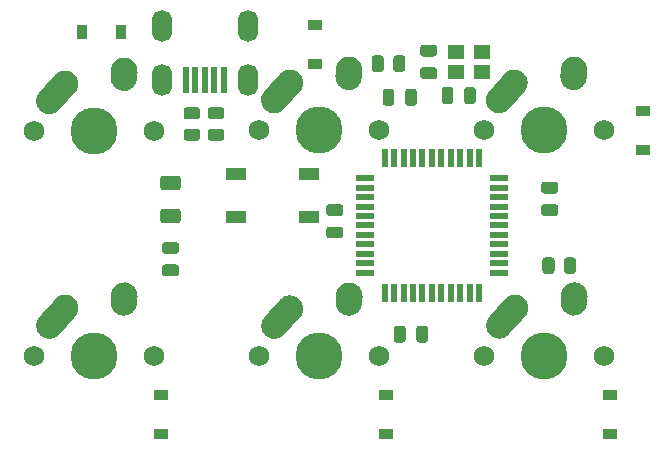
<source format=gbs>
G04 #@! TF.GenerationSoftware,KiCad,Pcbnew,5.1.12-84ad8e8a86~92~ubuntu18.04.1*
G04 #@! TF.CreationDate,2021-11-24T18:10:13-06:00*
G04 #@! TF.ProjectId,sixpack,73697870-6163-46b2-9e6b-696361645f70,rev?*
G04 #@! TF.SameCoordinates,Original*
G04 #@! TF.FileFunction,Soldermask,Bot*
G04 #@! TF.FilePolarity,Negative*
%FSLAX46Y46*%
G04 Gerber Fmt 4.6, Leading zero omitted, Abs format (unit mm)*
G04 Created by KiCad (PCBNEW 5.1.12-84ad8e8a86~92~ubuntu18.04.1) date 2021-11-24 18:10:13*
%MOMM*%
%LPD*%
G01*
G04 APERTURE LIST*
%ADD10C,1.750000*%
%ADD11C,2.250000*%
%ADD12C,3.987800*%
%ADD13R,1.400000X1.200000*%
%ADD14O,1.700000X2.700000*%
%ADD15R,0.500000X2.250000*%
%ADD16R,0.550000X1.500000*%
%ADD17R,1.500000X0.550000*%
%ADD18R,1.800000X1.100000*%
%ADD19R,1.200000X0.900000*%
%ADD20R,0.900000X1.200000*%
G04 APERTURE END LIST*
D10*
G04 #@! TO.C,MX4*
X107460000Y-58930000D03*
X97300000Y-58930000D03*
D11*
X99880000Y-54930000D03*
D12*
X102380000Y-58930000D03*
G36*
G01*
X97818688Y-57227350D02*
X97818683Y-57227345D01*
G75*
G02*
X97732655Y-55638683I751317J837345D01*
G01*
X99042657Y-54178683D01*
G75*
G02*
X100631319Y-54092655I837345J-751317D01*
G01*
X100631319Y-54092655D01*
G75*
G02*
X100717347Y-55681317I-751317J-837345D01*
G01*
X99407345Y-57141317D01*
G75*
G02*
X97818683Y-57227345I-837345J751317D01*
G01*
G37*
D11*
X104920000Y-53850000D03*
G36*
G01*
X104803483Y-55552395D02*
X104802597Y-55552334D01*
G75*
G02*
X103757666Y-54352597I77403J1122334D01*
G01*
X103797666Y-53772597D01*
G75*
G02*
X104997403Y-52727666I1122334J-77403D01*
G01*
X104997403Y-52727666D01*
G75*
G02*
X106042334Y-53927403I-77403J-1122334D01*
G01*
X106002334Y-54507403D01*
G75*
G02*
X104802597Y-55552334I-1122334J77403D01*
G01*
G37*
G04 #@! TD*
D10*
G04 #@! TO.C,MX2*
X88423750Y-59000000D03*
X78263750Y-59000000D03*
D11*
X80843750Y-55000000D03*
D12*
X83343750Y-59000000D03*
G36*
G01*
X78782438Y-57297350D02*
X78782433Y-57297345D01*
G75*
G02*
X78696405Y-55708683I751317J837345D01*
G01*
X80006407Y-54248683D01*
G75*
G02*
X81595069Y-54162655I837345J-751317D01*
G01*
X81595069Y-54162655D01*
G75*
G02*
X81681097Y-55751317I-751317J-837345D01*
G01*
X80371095Y-57211317D01*
G75*
G02*
X78782433Y-57297345I-837345J751317D01*
G01*
G37*
D11*
X85883750Y-53920000D03*
G36*
G01*
X85767233Y-55622395D02*
X85766347Y-55622334D01*
G75*
G02*
X84721416Y-54422597I77403J1122334D01*
G01*
X84761416Y-53842597D01*
G75*
G02*
X85961153Y-52797666I1122334J-77403D01*
G01*
X85961153Y-52797666D01*
G75*
G02*
X87006084Y-53997403I-77403J-1122334D01*
G01*
X86966084Y-54577403D01*
G75*
G02*
X85766347Y-55622334I-1122334J77403D01*
G01*
G37*
G04 #@! TD*
D13*
G04 #@! TO.C,Y1*
X116200000Y-52300000D03*
X114000000Y-52300000D03*
X114000000Y-54000000D03*
X116200000Y-54000000D03*
G04 #@! TD*
D14*
G04 #@! TO.C,USB1*
X89060000Y-50140000D03*
X96360000Y-50140000D03*
X96360000Y-54640000D03*
X89060000Y-54640000D03*
D15*
X91110000Y-54640000D03*
X91910000Y-54640000D03*
X92710000Y-54640000D03*
X93510000Y-54640000D03*
X94310000Y-54640000D03*
G04 #@! TD*
D16*
G04 #@! TO.C,U1*
X107928000Y-72700000D03*
X108728000Y-72700000D03*
X109528000Y-72700000D03*
X110328000Y-72700000D03*
X111128000Y-72700000D03*
X111928000Y-72700000D03*
X112728000Y-72700000D03*
X113528000Y-72700000D03*
X114328000Y-72700000D03*
X115128000Y-72700000D03*
X115928000Y-72700000D03*
D17*
X117628000Y-71000000D03*
X117628000Y-70200000D03*
X117628000Y-69400000D03*
X117628000Y-68600000D03*
X117628000Y-67800000D03*
X117628000Y-67000000D03*
X117628000Y-66200000D03*
X117628000Y-65400000D03*
X117628000Y-64600000D03*
X117628000Y-63800000D03*
X117628000Y-63000000D03*
D16*
X115928000Y-61300000D03*
X115128000Y-61300000D03*
X114328000Y-61300000D03*
X113528000Y-61300000D03*
X112728000Y-61300000D03*
X111928000Y-61300000D03*
X111128000Y-61300000D03*
X110328000Y-61300000D03*
X109528000Y-61300000D03*
X108728000Y-61300000D03*
X107928000Y-61300000D03*
D17*
X106228000Y-63000000D03*
X106228000Y-63800000D03*
X106228000Y-64600000D03*
X106228000Y-65400000D03*
X106228000Y-66200000D03*
X106228000Y-67000000D03*
X106228000Y-67800000D03*
X106228000Y-68600000D03*
X106228000Y-69400000D03*
X106228000Y-70200000D03*
X106228000Y-71000000D03*
G04 #@! TD*
D18*
G04 #@! TO.C,SW1*
X101500000Y-66300000D03*
X95300000Y-62600000D03*
X101500000Y-62600000D03*
X95300000Y-66300000D03*
G04 #@! TD*
G04 #@! TO.C,R4*
G36*
G01*
X122312500Y-69949999D02*
X122312500Y-70850001D01*
G75*
G02*
X122062501Y-71100000I-249999J0D01*
G01*
X121537499Y-71100000D01*
G75*
G02*
X121287500Y-70850001I0J249999D01*
G01*
X121287500Y-69949999D01*
G75*
G02*
X121537499Y-69700000I249999J0D01*
G01*
X122062501Y-69700000D01*
G75*
G02*
X122312500Y-69949999I0J-249999D01*
G01*
G37*
G36*
G01*
X124137500Y-69949999D02*
X124137500Y-70850001D01*
G75*
G02*
X123887501Y-71100000I-249999J0D01*
G01*
X123362499Y-71100000D01*
G75*
G02*
X123112500Y-70850001I0J249999D01*
G01*
X123112500Y-69949999D01*
G75*
G02*
X123362499Y-69700000I249999J0D01*
G01*
X123887501Y-69700000D01*
G75*
G02*
X124137500Y-69949999I0J-249999D01*
G01*
G37*
G04 #@! TD*
G04 #@! TO.C,R3*
G36*
G01*
X107850000Y-52849999D02*
X107850000Y-53750001D01*
G75*
G02*
X107600001Y-54000000I-249999J0D01*
G01*
X107074999Y-54000000D01*
G75*
G02*
X106825000Y-53750001I0J249999D01*
G01*
X106825000Y-52849999D01*
G75*
G02*
X107074999Y-52600000I249999J0D01*
G01*
X107600001Y-52600000D01*
G75*
G02*
X107850000Y-52849999I0J-249999D01*
G01*
G37*
G36*
G01*
X109675000Y-52849999D02*
X109675000Y-53750001D01*
G75*
G02*
X109425001Y-54000000I-249999J0D01*
G01*
X108899999Y-54000000D01*
G75*
G02*
X108650000Y-53750001I0J249999D01*
G01*
X108650000Y-52849999D01*
G75*
G02*
X108899999Y-52600000I249999J0D01*
G01*
X109425001Y-52600000D01*
G75*
G02*
X109675000Y-52849999I0J-249999D01*
G01*
G37*
G04 #@! TD*
G04 #@! TO.C,R2*
G36*
G01*
X94100001Y-58012500D02*
X93199999Y-58012500D01*
G75*
G02*
X92950000Y-57762501I0J249999D01*
G01*
X92950000Y-57237499D01*
G75*
G02*
X93199999Y-56987500I249999J0D01*
G01*
X94100001Y-56987500D01*
G75*
G02*
X94350000Y-57237499I0J-249999D01*
G01*
X94350000Y-57762501D01*
G75*
G02*
X94100001Y-58012500I-249999J0D01*
G01*
G37*
G36*
G01*
X94100001Y-59837500D02*
X93199999Y-59837500D01*
G75*
G02*
X92950000Y-59587501I0J249999D01*
G01*
X92950000Y-59062499D01*
G75*
G02*
X93199999Y-58812500I249999J0D01*
G01*
X94100001Y-58812500D01*
G75*
G02*
X94350000Y-59062499I0J-249999D01*
G01*
X94350000Y-59587501D01*
G75*
G02*
X94100001Y-59837500I-249999J0D01*
G01*
G37*
G04 #@! TD*
G04 #@! TO.C,R1*
G36*
G01*
X92050001Y-58012500D02*
X91149999Y-58012500D01*
G75*
G02*
X90900000Y-57762501I0J249999D01*
G01*
X90900000Y-57237499D01*
G75*
G02*
X91149999Y-56987500I249999J0D01*
G01*
X92050001Y-56987500D01*
G75*
G02*
X92300000Y-57237499I0J-249999D01*
G01*
X92300000Y-57762501D01*
G75*
G02*
X92050001Y-58012500I-249999J0D01*
G01*
G37*
G36*
G01*
X92050001Y-59837500D02*
X91149999Y-59837500D01*
G75*
G02*
X90900000Y-59587501I0J249999D01*
G01*
X90900000Y-59062499D01*
G75*
G02*
X91149999Y-58812500I249999J0D01*
G01*
X92050001Y-58812500D01*
G75*
G02*
X92300000Y-59062499I0J-249999D01*
G01*
X92300000Y-59587501D01*
G75*
G02*
X92050001Y-59837500I-249999J0D01*
G01*
G37*
G04 #@! TD*
D10*
G04 #@! TO.C,MX6*
X126500000Y-58930000D03*
X116340000Y-58930000D03*
D11*
X118920000Y-54930000D03*
D12*
X121420000Y-58930000D03*
G36*
G01*
X116858688Y-57227350D02*
X116858683Y-57227345D01*
G75*
G02*
X116772655Y-55638683I751317J837345D01*
G01*
X118082657Y-54178683D01*
G75*
G02*
X119671319Y-54092655I837345J-751317D01*
G01*
X119671319Y-54092655D01*
G75*
G02*
X119757347Y-55681317I-751317J-837345D01*
G01*
X118447345Y-57141317D01*
G75*
G02*
X116858683Y-57227345I-837345J751317D01*
G01*
G37*
D11*
X123960000Y-53850000D03*
G36*
G01*
X123843483Y-55552395D02*
X123842597Y-55552334D01*
G75*
G02*
X122797666Y-54352597I77403J1122334D01*
G01*
X122837666Y-53772597D01*
G75*
G02*
X124037403Y-52727666I1122334J-77403D01*
G01*
X124037403Y-52727666D01*
G75*
G02*
X125082334Y-53927403I-77403J-1122334D01*
G01*
X125042334Y-54507403D01*
G75*
G02*
X123842597Y-55552334I-1122334J77403D01*
G01*
G37*
G04 #@! TD*
D10*
G04 #@! TO.C,MX5*
X126520000Y-78010000D03*
X116360000Y-78010000D03*
D11*
X118940000Y-74010000D03*
D12*
X121440000Y-78010000D03*
G36*
G01*
X116878688Y-76307350D02*
X116878683Y-76307345D01*
G75*
G02*
X116792655Y-74718683I751317J837345D01*
G01*
X118102657Y-73258683D01*
G75*
G02*
X119691319Y-73172655I837345J-751317D01*
G01*
X119691319Y-73172655D01*
G75*
G02*
X119777347Y-74761317I-751317J-837345D01*
G01*
X118467345Y-76221317D01*
G75*
G02*
X116878683Y-76307345I-837345J751317D01*
G01*
G37*
D11*
X123980000Y-72930000D03*
G36*
G01*
X123863483Y-74632395D02*
X123862597Y-74632334D01*
G75*
G02*
X122817666Y-73432597I77403J1122334D01*
G01*
X122857666Y-72852597D01*
G75*
G02*
X124057403Y-71807666I1122334J-77403D01*
G01*
X124057403Y-71807666D01*
G75*
G02*
X125102334Y-73007403I-77403J-1122334D01*
G01*
X125062334Y-73587403D01*
G75*
G02*
X123862597Y-74632334I-1122334J77403D01*
G01*
G37*
G04 #@! TD*
D10*
G04 #@! TO.C,MX3*
X107480000Y-78030000D03*
X97320000Y-78030000D03*
D11*
X99900000Y-74030000D03*
D12*
X102400000Y-78030000D03*
G36*
G01*
X97838688Y-76327350D02*
X97838683Y-76327345D01*
G75*
G02*
X97752655Y-74738683I751317J837345D01*
G01*
X99062657Y-73278683D01*
G75*
G02*
X100651319Y-73192655I837345J-751317D01*
G01*
X100651319Y-73192655D01*
G75*
G02*
X100737347Y-74781317I-751317J-837345D01*
G01*
X99427345Y-76241317D01*
G75*
G02*
X97838683Y-76327345I-837345J751317D01*
G01*
G37*
D11*
X104940000Y-72950000D03*
G36*
G01*
X104823483Y-74652395D02*
X104822597Y-74652334D01*
G75*
G02*
X103777666Y-73452597I77403J1122334D01*
G01*
X103817666Y-72872597D01*
G75*
G02*
X105017403Y-71827666I1122334J-77403D01*
G01*
X105017403Y-71827666D01*
G75*
G02*
X106062334Y-73027403I-77403J-1122334D01*
G01*
X106022334Y-73607403D01*
G75*
G02*
X104822597Y-74652334I-1122334J77403D01*
G01*
G37*
G04 #@! TD*
D10*
G04 #@! TO.C,MX1*
X88423750Y-78020000D03*
X78263750Y-78020000D03*
D11*
X80843750Y-74020000D03*
D12*
X83343750Y-78020000D03*
G36*
G01*
X78782438Y-76317350D02*
X78782433Y-76317345D01*
G75*
G02*
X78696405Y-74728683I751317J837345D01*
G01*
X80006407Y-73268683D01*
G75*
G02*
X81595069Y-73182655I837345J-751317D01*
G01*
X81595069Y-73182655D01*
G75*
G02*
X81681097Y-74771317I-751317J-837345D01*
G01*
X80371095Y-76231317D01*
G75*
G02*
X78782433Y-76317345I-837345J751317D01*
G01*
G37*
D11*
X85883750Y-72940000D03*
G36*
G01*
X85767233Y-74642395D02*
X85766347Y-74642334D01*
G75*
G02*
X84721416Y-73442597I77403J1122334D01*
G01*
X84761416Y-72862597D01*
G75*
G02*
X85961153Y-71817666I1122334J-77403D01*
G01*
X85961153Y-71817666D01*
G75*
G02*
X87006084Y-73017403I-77403J-1122334D01*
G01*
X86966084Y-73597403D01*
G75*
G02*
X85766347Y-74642334I-1122334J77403D01*
G01*
G37*
G04 #@! TD*
G04 #@! TO.C,F1*
G36*
G01*
X90425000Y-64025000D02*
X89175000Y-64025000D01*
G75*
G02*
X88925000Y-63775000I0J250000D01*
G01*
X88925000Y-63025000D01*
G75*
G02*
X89175000Y-62775000I250000J0D01*
G01*
X90425000Y-62775000D01*
G75*
G02*
X90675000Y-63025000I0J-250000D01*
G01*
X90675000Y-63775000D01*
G75*
G02*
X90425000Y-64025000I-250000J0D01*
G01*
G37*
G36*
G01*
X90425000Y-66825000D02*
X89175000Y-66825000D01*
G75*
G02*
X88925000Y-66575000I0J250000D01*
G01*
X88925000Y-65825000D01*
G75*
G02*
X89175000Y-65575000I250000J0D01*
G01*
X90425000Y-65575000D01*
G75*
G02*
X90675000Y-65825000I0J-250000D01*
G01*
X90675000Y-66575000D01*
G75*
G02*
X90425000Y-66825000I-250000J0D01*
G01*
G37*
G04 #@! TD*
D19*
G04 #@! TO.C,D6*
X129800000Y-57300000D03*
X129800000Y-60600000D03*
G04 #@! TD*
G04 #@! TO.C,D5*
X127000000Y-81350000D03*
X127000000Y-84650000D03*
G04 #@! TD*
G04 #@! TO.C,D4*
X102050000Y-53350000D03*
X102050000Y-50050000D03*
G04 #@! TD*
G04 #@! TO.C,D3*
X108000000Y-81350000D03*
X108000000Y-84650000D03*
G04 #@! TD*
D20*
G04 #@! TO.C,D2*
X82300000Y-50650000D03*
X85600000Y-50650000D03*
G04 #@! TD*
D19*
G04 #@! TO.C,D1*
X89000000Y-81350000D03*
X89000000Y-84650000D03*
G04 #@! TD*
G04 #@! TO.C,C7*
G36*
G01*
X89325000Y-70300000D02*
X90275000Y-70300000D01*
G75*
G02*
X90525000Y-70550000I0J-250000D01*
G01*
X90525000Y-71050000D01*
G75*
G02*
X90275000Y-71300000I-250000J0D01*
G01*
X89325000Y-71300000D01*
G75*
G02*
X89075000Y-71050000I0J250000D01*
G01*
X89075000Y-70550000D01*
G75*
G02*
X89325000Y-70300000I250000J0D01*
G01*
G37*
G36*
G01*
X89325000Y-68400000D02*
X90275000Y-68400000D01*
G75*
G02*
X90525000Y-68650000I0J-250000D01*
G01*
X90525000Y-69150000D01*
G75*
G02*
X90275000Y-69400000I-250000J0D01*
G01*
X89325000Y-69400000D01*
G75*
G02*
X89075000Y-69150000I0J250000D01*
G01*
X89075000Y-68650000D01*
G75*
G02*
X89325000Y-68400000I250000J0D01*
G01*
G37*
G04 #@! TD*
G04 #@! TO.C,C6*
G36*
G01*
X103225000Y-67100000D02*
X104175000Y-67100000D01*
G75*
G02*
X104425000Y-67350000I0J-250000D01*
G01*
X104425000Y-67850000D01*
G75*
G02*
X104175000Y-68100000I-250000J0D01*
G01*
X103225000Y-68100000D01*
G75*
G02*
X102975000Y-67850000I0J250000D01*
G01*
X102975000Y-67350000D01*
G75*
G02*
X103225000Y-67100000I250000J0D01*
G01*
G37*
G36*
G01*
X103225000Y-65200000D02*
X104175000Y-65200000D01*
G75*
G02*
X104425000Y-65450000I0J-250000D01*
G01*
X104425000Y-65950000D01*
G75*
G02*
X104175000Y-66200000I-250000J0D01*
G01*
X103225000Y-66200000D01*
G75*
G02*
X102975000Y-65950000I0J250000D01*
G01*
X102975000Y-65450000D01*
G75*
G02*
X103225000Y-65200000I250000J0D01*
G01*
G37*
G04 #@! TD*
G04 #@! TO.C,C5*
G36*
G01*
X112125000Y-52700000D02*
X111175000Y-52700000D01*
G75*
G02*
X110925000Y-52450000I0J250000D01*
G01*
X110925000Y-51950000D01*
G75*
G02*
X111175000Y-51700000I250000J0D01*
G01*
X112125000Y-51700000D01*
G75*
G02*
X112375000Y-51950000I0J-250000D01*
G01*
X112375000Y-52450000D01*
G75*
G02*
X112125000Y-52700000I-250000J0D01*
G01*
G37*
G36*
G01*
X112125000Y-54600000D02*
X111175000Y-54600000D01*
G75*
G02*
X110925000Y-54350000I0J250000D01*
G01*
X110925000Y-53850000D01*
G75*
G02*
X111175000Y-53600000I250000J0D01*
G01*
X112125000Y-53600000D01*
G75*
G02*
X112375000Y-53850000I0J-250000D01*
G01*
X112375000Y-54350000D01*
G75*
G02*
X112125000Y-54600000I-250000J0D01*
G01*
G37*
G04 #@! TD*
G04 #@! TO.C,C4*
G36*
G01*
X109650000Y-56625000D02*
X109650000Y-55675000D01*
G75*
G02*
X109900000Y-55425000I250000J0D01*
G01*
X110400000Y-55425000D01*
G75*
G02*
X110650000Y-55675000I0J-250000D01*
G01*
X110650000Y-56625000D01*
G75*
G02*
X110400000Y-56875000I-250000J0D01*
G01*
X109900000Y-56875000D01*
G75*
G02*
X109650000Y-56625000I0J250000D01*
G01*
G37*
G36*
G01*
X107750000Y-56625000D02*
X107750000Y-55675000D01*
G75*
G02*
X108000000Y-55425000I250000J0D01*
G01*
X108500000Y-55425000D01*
G75*
G02*
X108750000Y-55675000I0J-250000D01*
G01*
X108750000Y-56625000D01*
G75*
G02*
X108500000Y-56875000I-250000J0D01*
G01*
X108000000Y-56875000D01*
G75*
G02*
X107750000Y-56625000I0J250000D01*
G01*
G37*
G04 #@! TD*
G04 #@! TO.C,C3*
G36*
G01*
X113750000Y-55525000D02*
X113750000Y-56475000D01*
G75*
G02*
X113500000Y-56725000I-250000J0D01*
G01*
X113000000Y-56725000D01*
G75*
G02*
X112750000Y-56475000I0J250000D01*
G01*
X112750000Y-55525000D01*
G75*
G02*
X113000000Y-55275000I250000J0D01*
G01*
X113500000Y-55275000D01*
G75*
G02*
X113750000Y-55525000I0J-250000D01*
G01*
G37*
G36*
G01*
X115650000Y-55525000D02*
X115650000Y-56475000D01*
G75*
G02*
X115400000Y-56725000I-250000J0D01*
G01*
X114900000Y-56725000D01*
G75*
G02*
X114650000Y-56475000I0J250000D01*
G01*
X114650000Y-55525000D01*
G75*
G02*
X114900000Y-55275000I250000J0D01*
G01*
X115400000Y-55275000D01*
G75*
G02*
X115650000Y-55525000I0J-250000D01*
G01*
G37*
G04 #@! TD*
G04 #@! TO.C,C2*
G36*
G01*
X110600000Y-76675000D02*
X110600000Y-75725000D01*
G75*
G02*
X110850000Y-75475000I250000J0D01*
G01*
X111350000Y-75475000D01*
G75*
G02*
X111600000Y-75725000I0J-250000D01*
G01*
X111600000Y-76675000D01*
G75*
G02*
X111350000Y-76925000I-250000J0D01*
G01*
X110850000Y-76925000D01*
G75*
G02*
X110600000Y-76675000I0J250000D01*
G01*
G37*
G36*
G01*
X108700000Y-76675000D02*
X108700000Y-75725000D01*
G75*
G02*
X108950000Y-75475000I250000J0D01*
G01*
X109450000Y-75475000D01*
G75*
G02*
X109700000Y-75725000I0J-250000D01*
G01*
X109700000Y-76675000D01*
G75*
G02*
X109450000Y-76925000I-250000J0D01*
G01*
X108950000Y-76925000D01*
G75*
G02*
X108700000Y-76675000I0J250000D01*
G01*
G37*
G04 #@! TD*
G04 #@! TO.C,C1*
G36*
G01*
X122375000Y-64300000D02*
X121425000Y-64300000D01*
G75*
G02*
X121175000Y-64050000I0J250000D01*
G01*
X121175000Y-63550000D01*
G75*
G02*
X121425000Y-63300000I250000J0D01*
G01*
X122375000Y-63300000D01*
G75*
G02*
X122625000Y-63550000I0J-250000D01*
G01*
X122625000Y-64050000D01*
G75*
G02*
X122375000Y-64300000I-250000J0D01*
G01*
G37*
G36*
G01*
X122375000Y-66200000D02*
X121425000Y-66200000D01*
G75*
G02*
X121175000Y-65950000I0J250000D01*
G01*
X121175000Y-65450000D01*
G75*
G02*
X121425000Y-65200000I250000J0D01*
G01*
X122375000Y-65200000D01*
G75*
G02*
X122625000Y-65450000I0J-250000D01*
G01*
X122625000Y-65950000D01*
G75*
G02*
X122375000Y-66200000I-250000J0D01*
G01*
G37*
G04 #@! TD*
M02*

</source>
